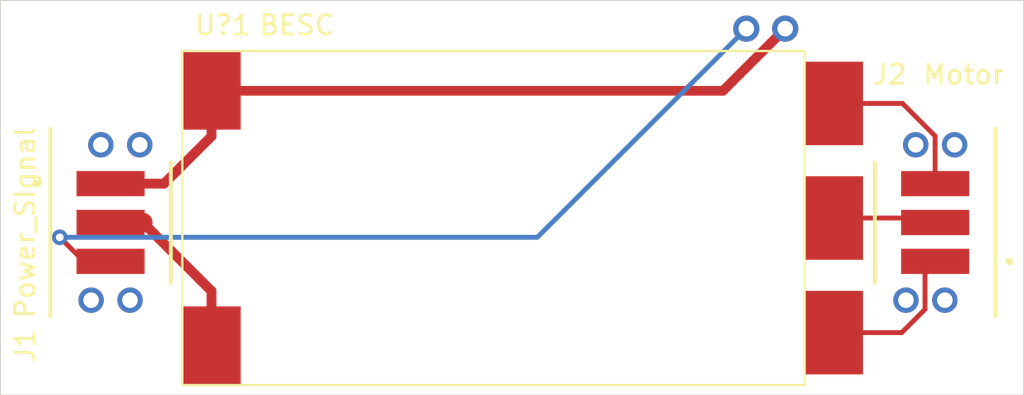
<source format=kicad_pcb>
(kicad_pcb (version 20171130) (host pcbnew "(5.1.12)-1")

  (general
    (thickness 1.6)
    (drawings 7)
    (tracks 24)
    (zones 0)
    (modules 3)
    (nets 7)
  )

  (page A4)
  (layers
    (0 F.Cu signal)
    (31 B.Cu signal)
    (32 B.Adhes user)
    (33 F.Adhes user)
    (34 B.Paste user)
    (35 F.Paste user)
    (36 B.SilkS user)
    (37 F.SilkS user)
    (38 B.Mask user)
    (39 F.Mask user)
    (40 Dwgs.User user)
    (41 Cmts.User user)
    (42 Eco1.User user)
    (43 Eco2.User user)
    (44 Edge.Cuts user)
    (45 Margin user)
    (46 B.CrtYd user)
    (47 F.CrtYd user)
    (48 B.Fab user)
    (49 F.Fab user hide)
  )

  (setup
    (last_trace_width 0.25)
    (trace_clearance 0.2)
    (zone_clearance 0.508)
    (zone_45_only no)
    (trace_min 0.2)
    (via_size 0.8)
    (via_drill 0.4)
    (via_min_size 0.4)
    (via_min_drill 0.3)
    (uvia_size 0.3)
    (uvia_drill 0.1)
    (uvias_allowed no)
    (uvia_min_size 0.2)
    (uvia_min_drill 0.1)
    (edge_width 0.05)
    (segment_width 0.2)
    (pcb_text_width 0.3)
    (pcb_text_size 1.5 1.5)
    (mod_edge_width 0.12)
    (mod_text_size 1 1)
    (mod_text_width 0.15)
    (pad_size 1.524 1.524)
    (pad_drill 0.762)
    (pad_to_mask_clearance 0)
    (aux_axis_origin 0 0)
    (visible_elements 7FFFFFFF)
    (pcbplotparams
      (layerselection 0x010fc_ffffffff)
      (usegerberextensions false)
      (usegerberattributes true)
      (usegerberadvancedattributes true)
      (creategerberjobfile true)
      (excludeedgelayer true)
      (linewidth 0.100000)
      (plotframeref false)
      (viasonmask false)
      (mode 1)
      (useauxorigin false)
      (hpglpennumber 1)
      (hpglpenspeed 20)
      (hpglpendiameter 15.000000)
      (psnegative false)
      (psa4output false)
      (plotreference true)
      (plotvalue true)
      (plotinvisibletext false)
      (padsonsilk false)
      (subtractmaskfromsilk false)
      (outputformat 1)
      (mirror false)
      (drillshape 1)
      (scaleselection 1)
      (outputdirectory ""))
  )

  (net 0 "")
  (net 1 GND)
  (net 2 VCC)
  (net 3 "Net-(J1-Pad3)")
  (net 4 "Net-(J2-Pad3)")
  (net 5 "Net-(J2-Pad2)")
  (net 6 "Net-(J2-Pad1)")

  (net_class Default "This is the default net class."
    (clearance 0.2)
    (trace_width 0.25)
    (via_dia 0.8)
    (via_drill 0.4)
    (uvia_dia 0.3)
    (uvia_drill 0.1)
    (add_net "Net-(J1-Pad3)")
    (add_net "Net-(J2-Pad1)")
    (add_net "Net-(J2-Pad2)")
    (add_net "Net-(J2-Pad3)")
  )

  (net_class Power ""
    (clearance 0.2)
    (trace_width 0.508)
    (via_dia 0.8)
    (via_drill 0.4)
    (uvia_dia 0.3)
    (uvia_drill 0.1)
    (add_net GND)
    (add_net VCC)
  )

  (module extraparts:Samtec_mPOWER_UMPS_3pin (layer F.Cu) (tedit 5FE32C7F) (tstamp 61A92040)
    (at 122.5 93.98 270)
    (path /61A82C7A)
    (fp_text reference J1 (at 6.35 4.39 90) (layer F.SilkS)
      (effects (font (size 1 1) (thickness 0.15)))
    )
    (fp_text value Power_Signal (at 0 4.39 270) (layer F.Fab)
      (effects (font (size 1 1) (thickness 0.15)))
    )
    (fp_poly (pts (xy -5.95 -3.13) (xy -3.5 -3.13) (xy -3.5 -0.85) (xy -5.95 -0.85)) (layer F.Paste) (width 0.01))
    (fp_poly (pts (xy -5.95 -0.15) (xy -3.5 -0.15) (xy -3.5 2.13) (xy -5.95 2.13)) (layer F.Paste) (width 0.01))
    (fp_poly (pts (xy 3.5 0.35) (xy 5.95 0.35) (xy 5.95 2.63) (xy 3.5 2.63)) (layer F.Paste) (width 0.01))
    (fp_poly (pts (xy 3.5 -2.63) (xy 5.95 -2.63) (xy 5.95 -0.35) (xy 3.5 -0.35)) (layer F.Paste) (width 0.01))
    (fp_line (start 4.825 3.1) (end -4.825 3.1) (layer F.SilkS) (width 0.2))
    (fp_line (start -3.1 -3.1) (end 3.1 -3.1) (layer F.SilkS) (width 0.2))
    (fp_line (start -6.2 3.35) (end -6.2 -3.35) (layer F.CrtYd) (width 0.05))
    (fp_line (start 6.2 3.35) (end -6.2 3.35) (layer F.CrtYd) (width 0.05))
    (fp_line (start 6.2 -3.35) (end 6.2 3.35) (layer F.CrtYd) (width 0.05))
    (fp_line (start -6.2 -3.35) (end 6.2 -3.35) (layer F.CrtYd) (width 0.05))
    (fp_line (start -5.525 -2.4) (end -5.525 -3.1) (layer F.Fab) (width 0.1))
    (fp_line (start -4.825 -2.4) (end -5.525 -2.4) (layer F.Fab) (width 0.1))
    (fp_line (start -4.825 3.1) (end -4.825 -2.4) (layer F.Fab) (width 0.1))
    (fp_line (start 4.825 3.1) (end -4.825 3.1) (layer F.Fab) (width 0.1))
    (fp_line (start 4.825 -2.4) (end 4.825 3.1) (layer F.Fab) (width 0.1))
    (fp_line (start 5.525 -2.4) (end 4.825 -2.4) (layer F.Fab) (width 0.1))
    (fp_line (start 5.525 -3.1) (end 5.525 -2.4) (layer F.Fab) (width 0.1))
    (fp_line (start -5.525 -3.1) (end 5.525 -3.1) (layer F.Fab) (width 0.1))
    (fp_circle (center -2 3.81) (end -1.9 3.81) (layer F.Fab) (width 0.2))
    (fp_circle (center -2 3.81) (end -1.9 3.81) (layer F.SilkS) (width 0.2))
    (pad 1 smd rect (at -2 0 270) (size 1.3 3.5) (layers F.Cu F.Paste F.Mask)
      (net 1 GND))
    (pad 2 smd rect (at 0 0 270) (size 1.3 3.5) (layers F.Cu F.Paste F.Mask)
      (net 2 VCC))
    (pad "" thru_hole circle (at -4 -1.5 270) (size 1.308 1.308) (drill 0.8) (layers *.Cu *.Mask))
    (pad "" thru_hole circle (at -4 0.5 270) (size 1.308 1.308) (drill 0.8) (layers *.Cu *.Mask))
    (pad "" thru_hole circle (at 4 -1 270) (size 1.308 1.308) (drill 0.8) (layers *.Cu *.Mask))
    (pad "" thru_hole circle (at 4 1 270) (size 1.308 1.308) (drill 0.8) (layers *.Cu *.Mask))
    (pad 3 smd rect (at 2 0 270) (size 1.3 3.5) (layers F.Cu F.Paste F.Mask)
      (net 3 "Net-(J1-Pad3)"))
    (model :extraparts3d:UMPS-03-03.5-T-VT-SM-WT.stp
      (at (xyz 0 0 0))
      (scale (xyz 1 1 1))
      (rotate (xyz -90 0 0))
    )
  )

  (module extraparts:Samtec_mPOWER_UMPS_3pin (layer F.Cu) (tedit 5FE32C7F) (tstamp 61A919CE)
    (at 164.9 93.98 90)
    (path /61A83991)
    (fp_text reference J2 (at 7.62 -2.34) (layer F.SilkS)
      (effects (font (size 1 1) (thickness 0.15)))
    )
    (fp_text value Motor (at 0 5.28 90) (layer F.Fab)
      (effects (font (size 1 1) (thickness 0.15)))
    )
    (fp_circle (center -2 3.81) (end -1.9 3.81) (layer F.SilkS) (width 0.2))
    (fp_circle (center -2 3.81) (end -1.9 3.81) (layer F.Fab) (width 0.2))
    (fp_line (start -5.525 -3.1) (end 5.525 -3.1) (layer F.Fab) (width 0.1))
    (fp_line (start 5.525 -3.1) (end 5.525 -2.4) (layer F.Fab) (width 0.1))
    (fp_line (start 5.525 -2.4) (end 4.825 -2.4) (layer F.Fab) (width 0.1))
    (fp_line (start 4.825 -2.4) (end 4.825 3.1) (layer F.Fab) (width 0.1))
    (fp_line (start 4.825 3.1) (end -4.825 3.1) (layer F.Fab) (width 0.1))
    (fp_line (start -4.825 3.1) (end -4.825 -2.4) (layer F.Fab) (width 0.1))
    (fp_line (start -4.825 -2.4) (end -5.525 -2.4) (layer F.Fab) (width 0.1))
    (fp_line (start -5.525 -2.4) (end -5.525 -3.1) (layer F.Fab) (width 0.1))
    (fp_line (start -6.2 -3.35) (end 6.2 -3.35) (layer F.CrtYd) (width 0.05))
    (fp_line (start 6.2 -3.35) (end 6.2 3.35) (layer F.CrtYd) (width 0.05))
    (fp_line (start 6.2 3.35) (end -6.2 3.35) (layer F.CrtYd) (width 0.05))
    (fp_line (start -6.2 3.35) (end -6.2 -3.35) (layer F.CrtYd) (width 0.05))
    (fp_line (start -3.1 -3.1) (end 3.1 -3.1) (layer F.SilkS) (width 0.2))
    (fp_line (start 4.825 3.1) (end -4.825 3.1) (layer F.SilkS) (width 0.2))
    (fp_poly (pts (xy 3.5 -2.63) (xy 5.95 -2.63) (xy 5.95 -0.35) (xy 3.5 -0.35)) (layer F.Paste) (width 0.01))
    (fp_poly (pts (xy 3.5 0.35) (xy 5.95 0.35) (xy 5.95 2.63) (xy 3.5 2.63)) (layer F.Paste) (width 0.01))
    (fp_poly (pts (xy -5.95 -0.15) (xy -3.5 -0.15) (xy -3.5 2.13) (xy -5.95 2.13)) (layer F.Paste) (width 0.01))
    (fp_poly (pts (xy -5.95 -3.13) (xy -3.5 -3.13) (xy -3.5 -0.85) (xy -5.95 -0.85)) (layer F.Paste) (width 0.01))
    (pad 3 smd rect (at 2 0 90) (size 1.3 3.5) (layers F.Cu F.Paste F.Mask)
      (net 4 "Net-(J2-Pad3)"))
    (pad "" thru_hole circle (at 4 1 90) (size 1.308 1.308) (drill 0.8) (layers *.Cu *.Mask))
    (pad "" thru_hole circle (at 4 -1 90) (size 1.308 1.308) (drill 0.8) (layers *.Cu *.Mask))
    (pad "" thru_hole circle (at -4 0.5 90) (size 1.308 1.308) (drill 0.8) (layers *.Cu *.Mask))
    (pad "" thru_hole circle (at -4 -1.5 90) (size 1.308 1.308) (drill 0.8) (layers *.Cu *.Mask))
    (pad 2 smd rect (at 0 0 90) (size 1.3 3.5) (layers F.Cu F.Paste F.Mask)
      (net 5 "Net-(J2-Pad2)"))
    (pad 1 smd rect (at -2 0 90) (size 1.3 3.5) (layers F.Cu F.Paste F.Mask)
      (net 6 "Net-(J2-Pad1)"))
    (model :extraparts3d:UMPS-03-03.5-T-VT-SM-WT.stp
      (at (xyz 0 0 0))
      (scale (xyz 1 1 1))
      (rotate (xyz -90 0 0))
    )
  )

  (module BESC:BESC (layer F.Cu) (tedit 6029C11B) (tstamp 61A87DF3)
    (at 142.19 93.750001 180)
    (path /61A819C0)
    (fp_text reference U?1 (at 13.92 9.930001) (layer F.SilkS)
      (effects (font (size 1 1) (thickness 0.15)))
    )
    (fp_text value BESC (at 10.11 9.930001) (layer F.Fab)
      (effects (font (size 1 1) (thickness 0.15)))
    )
    (fp_line (start 16 8.6) (end 16 -8.6) (layer F.SilkS) (width 0.12))
    (fp_line (start -16 8.6) (end 16 8.6) (layer F.SilkS) (width 0.12))
    (fp_line (start -16 -8.6) (end -16 8.6) (layer F.SilkS) (width 0.12))
    (fp_line (start 16 -8.6) (end -16 -8.6) (layer F.SilkS) (width 0.12))
    (pad 1 smd rect (at 14.5 6.55 180) (size 3 4) (layers F.Cu F.Paste F.Mask)
      (net 1 GND))
    (pad 4 smd rect (at 14.5 -6.55 180) (size 3 4) (layers F.Cu F.Paste F.Mask)
      (net 2 VCC))
    (pad 3 thru_hole circle (at -15 9.75) (size 1.35 1.35) (drill 0.8) (layers *.Cu *.Mask)
      (net 1 GND))
    (pad 2 thru_hole circle (at -13 9.75) (size 1.35 1.35) (drill 0.8) (layers *.Cu *.Mask)
      (net 3 "Net-(J1-Pad3)"))
    (pad 5 smd rect (at -17.5 -5.9 180) (size 3 4.3) (layers F.Cu F.Paste F.Mask)
      (net 6 "Net-(J2-Pad1)"))
    (pad 7 smd rect (at -17.5 5.9 180) (size 3 4.3) (layers F.Cu F.Paste F.Mask)
      (net 4 "Net-(J2-Pad3)"))
    (pad 6 smd rect (at -17.5 0 180) (size 3 4.3) (layers F.Cu F.Paste F.Mask)
      (net 5 "Net-(J2-Pad2)"))
  )

  (gr_text "Motor\n" (at 166.37 86.36) (layer F.SilkS)
    (effects (font (size 1 1) (thickness 0.15)))
  )
  (gr_text BESC (at 132.08 83.82) (layer F.SilkS)
    (effects (font (size 1 1) (thickness 0.15)))
  )
  (gr_text "Power_SIgnal\n" (at 118.11 93.98 90) (layer F.SilkS)
    (effects (font (size 1 1) (thickness 0.15)))
  )
  (gr_line (start 169.45 82.55) (end 116.84 82.55) (layer Edge.Cuts) (width 0.05))
  (gr_line (start 169.45 102.87) (end 169.45 82.55) (layer Edge.Cuts) (width 0.05))
  (gr_line (start 116.84 102.87) (end 169.45 102.87) (layer Edge.Cuts) (width 0.05))
  (gr_line (start 116.84 82.55) (end 116.84 102.87) (layer Edge.Cuts) (width 0.05))

  (segment (start 127.69 89.04) (end 127.69 87.200001) (width 0.5) (layer F.Cu) (net 1))
  (segment (start 153.99 87.200001) (end 157.19 84.000001) (width 0.5) (layer F.Cu) (net 1))
  (segment (start 127.69 87.200001) (end 153.99 87.200001) (width 0.5) (layer F.Cu) (net 1))
  (segment (start 127.69 89.54) (end 127.69 87.200001) (width 0.508) (layer F.Cu) (net 1))
  (segment (start 125.25 91.98) (end 127.69 89.54) (width 0.508) (layer F.Cu) (net 1))
  (segment (start 122.5 91.98) (end 125.25 91.98) (width 0.508) (layer F.Cu) (net 1))
  (segment (start 122.5 93.98) (end 123.710002 93.98) (width 0.5) (layer F.Cu) (net 2))
  (segment (start 127.69 97.509998) (end 127.69 100.300001) (width 0.508) (layer F.Cu) (net 2))
  (segment (start 124.160002 93.98) (end 127.69 97.509998) (width 0.508) (layer F.Cu) (net 2))
  (segment (start 122.5 93.98) (end 124.160002 93.98) (width 1) (layer F.Cu) (net 2))
  (via (at 119.888 94.742) (size 0.8) (drill 0.4) (layers F.Cu B.Cu) (net 3) (tstamp 61AA6467))
  (segment (start 121.126 95.98) (end 119.888 94.742) (width 0.25) (layer F.Cu) (net 3))
  (segment (start 122.5 95.98) (end 121.126 95.98) (width 0.25) (layer F.Cu) (net 3))
  (segment (start 144.448001 94.742) (end 155.19 84.000001) (width 0.25) (layer B.Cu) (net 3))
  (segment (start 119.888 94.742) (end 144.448001 94.742) (width 0.25) (layer B.Cu) (net 3))
  (segment (start 164.9 89.531078) (end 164.9 91.98) (width 0.25) (layer F.Cu) (net 4))
  (segment (start 163.218923 87.850001) (end 164.9 89.531078) (width 0.25) (layer F.Cu) (net 4))
  (segment (start 159.69 87.850001) (end 163.218923 87.850001) (width 0.25) (layer F.Cu) (net 4))
  (segment (start 164.670001 93.750001) (end 164.9 93.98) (width 0.25) (layer F.Cu) (net 5))
  (segment (start 159.69 93.750001) (end 164.670001 93.750001) (width 0.25) (layer F.Cu) (net 5))
  (segment (start 164.379001 96.500999) (end 164.9 95.98) (width 0.25) (layer F.Cu) (net 6))
  (segment (start 164.379001 98.449921) (end 164.379001 96.500999) (width 0.25) (layer F.Cu) (net 6))
  (segment (start 163.178921 99.650001) (end 164.379001 98.449921) (width 0.25) (layer F.Cu) (net 6))
  (segment (start 159.69 99.650001) (end 163.178921 99.650001) (width 0.25) (layer F.Cu) (net 6))

)

</source>
